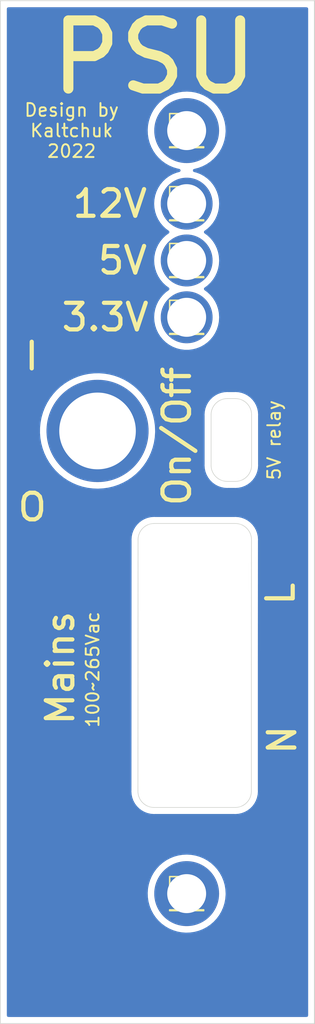
<source format=kicad_pcb>
(kicad_pcb (version 20211014) (generator pcbnew)
  (layers (0 "F.Cu" signal) (31 "B.Cu" signal) (34 "B.Paste" user) (35 "F.Paste" user) (36 "B.SilkS" user "B.Silkscreen") (37 "F.SilkS" user "F.Silkscreen") (38 "B.Mask" user) (39 "F.Mask" user) (44 "Edge.Cuts" user))
  (net 0 "")
  (footprint "Connector_PinHeader_2.54mm:PinHeader_1x01_P2.54mm_Vertical" (layer "F.Cu") (at 122.555 68.707)
    (fp_text reference "J10" hide)
    (fp_text value "led" hide)
    (fp_line (start -1.33 1.27) (end 1.33 1.27) (layer "F.SilkS") (width 0.12))
    (fp_line (start -1.33 1.27) (end -1.33 1.33) (layer "F.SilkS") (width 0.12))
    (fp_line (start -1.33 1.33) (end 1.33 1.33) (layer "F.SilkS") (width 0.12))
    (fp_line (start -1.33 0) (end -1.33 -1.33) (layer "F.SilkS") (width 0.12))
    (fp_line (start -1.33 -1.33) (end 0 -1.33) (layer "F.SilkS") (width 0.12))
    (fp_line (start 1.33 1.27) (end 1.33 1.33) (layer "F.SilkS") (width 0.12))
    (pad "" thru_hole circle (at 0 0) (size 4.064 4.064) (drill 3.048) (layers *.Cu *.Mask))
  )
  (footprint "Connector_PinHeader_2.54mm:PinHeader_1x01_P2.54mm_Vertical" (layer "F.Cu") (at 115.57 86.487)
    (fp_text reference "J9" hide)
    (fp_text value "reset button" hide)
    (fp_line (start -1.33 -1.33) (end 0 -1.33) (layer "F.SilkS") (width 0.12))
    (fp_line (start -1.33 0) (end -1.33 -1.33) (layer "F.SilkS") (width 0.12))
    (fp_line (start 1.33 1.27) (end 1.33 1.33) (layer "F.SilkS") (width 0.12))
    (fp_line (start -1.33 1.27) (end -1.33 1.33) (layer "F.SilkS") (width 0.12))
    (fp_line (start -1.33 1.33) (end 1.33 1.33) (layer "F.SilkS") (width 0.12))
    (fp_line (start -1.33 1.27) (end 1.33 1.27) (layer "F.SilkS") (width 0.12))
    (pad "" thru_hole circle locked (at 0 0) (size 8 8) (drill 6) (layers *.Cu *.Mask))
  )
  (footprint "Connector_PinHeader_2.54mm:PinHeader_1x01_P2.54mm_Vertical" (layer "F.Cu") (at 122.555 77.597)
    (fp_text reference "J17" hide)
    (fp_text value "led" hide)
    (fp_line (start -1.33 0) (end -1.33 -1.33) (layer "F.SilkS") (width 0.12))
    (fp_line (start -1.33 1.33) (end 1.33 1.33) (layer "F.SilkS") (width 0.12))
    (fp_line (start -1.33 1.27) (end -1.33 1.33) (layer "F.SilkS") (width 0.12))
    (fp_line (start -1.33 -1.33) (end 0 -1.33) (layer "F.SilkS") (width 0.12))
    (fp_line (start -1.33 1.27) (end 1.33 1.27) (layer "F.SilkS") (width 0.12))
    (fp_line (start 1.33 1.27) (end 1.33 1.33) (layer "F.SilkS") (width 0.12))
    (pad "" thru_hole circle (at 0 0) (size 4.064 4.064) (drill 3.048) (layers *.Cu *.Mask))
  )
  (footprint "Connector_PinHeader_2.54mm:PinHeader_1x01_P2.54mm_Vertical" (layer "F.Cu") (at 122.555 73.152)
    (fp_text reference "J17" hide)
    (fp_text value "led" hide)
    (fp_line (start 1.33 1.27) (end 1.33 1.33) (layer "F.SilkS") (width 0.12))
    (fp_line (start -1.33 1.27) (end -1.33 1.33) (layer "F.SilkS") (width 0.12))
    (fp_line (start -1.33 -1.33) (end 0 -1.33) (layer "F.SilkS") (width 0.12))
    (fp_line (start -1.33 0) (end -1.33 -1.33) (layer "F.SilkS") (width 0.12))
    (fp_line (start -1.33 1.33) (end 1.33 1.33) (layer "F.SilkS") (width 0.12))
    (fp_line (start -1.33 1.27) (end 1.33 1.27) (layer "F.SilkS") (width 0.12))
    (pad "" thru_hole circle (at 0 0) (size 4.064 4.064) (drill 3.048) (layers *.Cu *.Mask))
  )
  (footprint "Connector_PinHeader_2.54mm:PinHeader_1x01_P2.54mm_Vertical" (layer "F.Cu") (at 122.555 62.992)
    (fp_text reference "J1" hide)
    (fp_text value "fixing bolt" hide)
    (fp_line (start 1.33 1.27) (end 1.33 1.33) (layer "F.SilkS") (width 0.12))
    (fp_line (start -1.33 0) (end -1.33 -1.33) (layer "F.SilkS") (width 0.12))
    (fp_line (start -1.33 1.33) (end 1.33 1.33) (layer "F.SilkS") (width 0.12))
    (fp_line (start -1.33 1.27) (end -1.33 1.33) (layer "F.SilkS") (width 0.12))
    (fp_line (start -1.33 1.27) (end 1.33 1.27) (layer "F.SilkS") (width 0.12))
    (fp_line (start -1.33 -1.33) (end 0 -1.33) (layer "F.SilkS") (width 0.12))
    (pad "" thru_hole circle locked (at 0 0) (size 5.08 5.08) (drill 3.048) (layers *.Cu *.Mask))
  )
  (footprint "Connector_PinHeader_2.54mm:PinHeader_1x01_P2.54mm_Vertical" (layer "F.Cu") (at 122.555 122.682)
    (fp_text reference "J2" hide)
    (fp_text value "fixing bolt" hide)
    (fp_line (start 1.33 1.27) (end 1.33 1.33) (layer "F.SilkS") (width 0.12))
    (fp_line (start -1.33 0) (end -1.33 -1.33) (layer "F.SilkS") (width 0.12))
    (fp_line (start -1.33 1.27) (end 1.33 1.27) (layer "F.SilkS") (width 0.12))
    (fp_line (start -1.33 1.33) (end 1.33 1.33) (layer "F.SilkS") (width 0.12))
    (fp_line (start -1.33 -1.33) (end 0 -1.33) (layer "F.SilkS") (width 0.12))
    (fp_line (start -1.33 1.27) (end -1.33 1.33) (layer "F.SilkS") (width 0.12))
    (pad "" thru_hole circle locked (at 0 0) (size 5.08 5.08) (drill 3.048) (layers *.Cu *.Mask))
  )
  (gr_line (start 126.374026 83.956026) (end 125.739026 83.956026) (layer "Edge.Cuts") (width 0.05))
  (gr_line (start 120.015 93.726) (end 126.365 93.726) (layer "Edge.Cuts") (width 0.05))
  (gr_arc (start 120.005974 115.941974) (mid 119.107948 115.57) (end 118.735974 114.671974) (layer "Edge.Cuts") (width 0.05))
  (gr_arc (start 127.625974 114.671974) (mid 127.254 115.57) (end 126.355974 115.941974) (layer "Edge.Cuts") (width 0.05))
  (gr_line (start 124.469026 85.226026) (end 124.469025 89.163025) (layer "Edge.Cuts") (width 0.05))
  (gr_line (start 127.635 94.996) (end 127.625974 104.775) (layer "Edge.Cuts") (width 0.05))
  (gr_line (start 132.588 52.832) (end 132.588 132.842) (layer "Edge.Cuts") (width 0.1))
  (gr_arc (start 126.365 93.726) (mid 127.263026 94.097974) (end 127.635 94.996) (layer "Edge.Cuts") (width 0.05))
  (gr_line (start 118.735974 114.671974) (end 118.745 94.996) (layer "Edge.Cuts") (width 0.05))
  (gr_line (start 127.625974 104.775) (end 127.625974 114.671974) (layer "Edge.Cuts") (width 0.05))
  (gr_line (start 126.355974 115.941974) (end 120.005974 115.941974) (layer "Edge.Cuts") (width 0.05))
  (gr_arc (start 127.644025 89.163025) (mid 127.272051 90.061051) (end 126.374025 90.433025) (layer "Edge.Cuts") (width 0.05))
  (gr_line (start 107.95 52.832) (end 132.588 52.832) (layer "Edge.Cuts") (width 0.05))
  (gr_line (start 125.739025 90.433025) (end 126.374025 90.433025) (layer "Edge.Cuts") (width 0.05))
  (gr_arc (start 126.374026 83.956026) (mid 127.272051 84.328001) (end 127.644026 85.226026) (layer "Edge.Cuts") (width 0.05))
  (gr_line (start 127.644025 89.163025) (end 127.644026 85.226026) (layer "Edge.Cuts") (width 0.05))
  (gr_line (start 107.95 52.832) (end 107.95 132.842) (layer "Edge.Cuts") (width 0.05))
  (gr_arc (start 118.745 94.996) (mid 119.116974 94.097974) (end 120.015 93.726) (layer "Edge.Cuts") (width 0.05))
  (gr_arc (start 125.739025 90.433025) (mid 124.840999 90.061051) (end 124.469025 89.163025) (layer "Edge.Cuts") (width 0.05))
  (gr_arc (start 124.469026 85.226026) (mid 124.841 84.328) (end 125.739026 83.956026) (layer "Edge.Cuts") (width 0.05))
  (gr_line (start 107.95 132.842) (end 132.588 132.842) (layer "Edge.Cuts") (width 0.05))
  (gr_text "5V\n" (at 119.634 73.152) (layer "F.SilkS") (effects (font (size 2.0828 2.0828) (thickness 0.3302)) (justify right)))
  (gr_text "Design by\nKaltchuk\n2022" (at 113.538 62.992) (layer "F.SilkS") (effects (font (size 1 1))))
  (gr_text "3.3V" (at 119.761 77.597) (layer "F.SilkS") (effects (font (size 2.0828 2.0828) (thickness 0.3302)) (justify right)))
  (gr_text "L" (at 129.921 98.171 90) (layer "F.SilkS") (effects (font (size 2.0828 2.0828) (thickness 0.3302)) (justify right)))
  (gr_text "5V relay" (at 129.413 90.424 90) (layer "F.SilkS") (effects (font (size 1 1)) (justify left)))
  (gr_text "100~265Vac" (at 115.189 105.156 90) (layer "F.SilkS") (effects (font (size 1 1))))
  (gr_text "Mains" (at 112.649 105.029 90) (layer "F.SilkS") (effects (font (size 2.0828 2.0828) (thickness 0.3302))))
  (gr_text "PSU" (at 120.015 57.277) (layer "F.SilkS") (effects (font (size 5.334 5.334) (thickness 0.7874))))
  (gr_text "N" (at 130.048 109.347 90) (layer "F.SilkS") (effects (font (size 2.0828 2.0828) (thickness 0.3302)) (justify right)))
  (gr_text "I" (at 111.125 80.645) (layer "F.SilkS") (effects (font (size 2.0828 2.0828) (thickness 0.3302)) (justify right)))
  (gr_text "On/Off" (at 121.793 81.28 90) (layer "F.SilkS") (effects (font (size 2.0828 2.0828) (thickness 0.3302)) (justify right)))
  (gr_text "12V\n" (at 119.634 68.707) (layer "F.SilkS") (effects (font (size 2.0828 2.0828) (thickness 0.3302)) (justify right)))
  (gr_text "O" (at 111.76 92.456) (layer "F.SilkS") (effects (font (size 2.0828 2.0828) (thickness 0.3302)) (justify right)))
  (zone (net 0) (net_name "") (layer "B.Cu") (connect_pads (clearance 0.508)) (min_thickness 0.254) (fill yes (thermal_gap 0.508) (thermal_bridge_width 0.508))
    (polygon (pts (xy 107.95 52.832) (xy 132.207 52.832) (xy 132.207 132.842) (xy 107.95 132.842)))
  )
)
</source>
